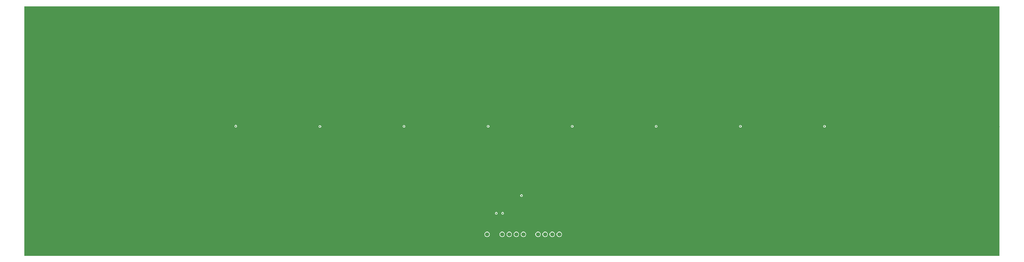
<source format=gbr>
%TF.GenerationSoftware,Altium Limited,Altium Designer,24.4.1 (13)*%
G04 Layer_Physical_Order=2*
G04 Layer_Color=16776960*
%FSLAX45Y45*%
%MOMM*%
%TF.SameCoordinates,4FF739F8-A24E-4C84-90D3-729B67262028*%
%TF.FilePolarity,Positive*%
%TF.FileFunction,Copper,L2,Inr,Signal*%
%TF.Part,Single*%
G01*
G75*
%TA.AperFunction,ComponentPad*%
%ADD19C,6.99999*%
%ADD20C,1.50800*%
%TA.AperFunction,ViaPad*%
%ADD22C,1.00000*%
%ADD23C,1.50000*%
%ADD24C,0.40000*%
%ADD25C,0.50000*%
G36*
X37529510Y4372988D02*
X2580488D01*
Y13322012D01*
X37529510D01*
Y4372988D01*
D02*
G37*
%LPC*%
G36*
X10165631Y9065111D02*
X10147729D01*
X10131190Y9058260D01*
X10118531Y9045601D01*
X10111680Y9029062D01*
Y9011160D01*
X10118531Y8994621D01*
X10131190Y8981962D01*
X10147729Y8975111D01*
X10165631D01*
X10182170Y8981962D01*
X10194829Y8994621D01*
X10201680Y9011160D01*
Y9029062D01*
X10194829Y9045601D01*
X10182170Y9058260D01*
X10165631Y9065111D01*
D02*
G37*
G36*
X31267950Y9062000D02*
X31250049D01*
X31233508Y9055149D01*
X31220850Y9042490D01*
X31213998Y9025951D01*
Y9008049D01*
X31220850Y8991510D01*
X31233508Y8978851D01*
X31250049Y8972000D01*
X31267950D01*
X31284491Y8978851D01*
X31297147Y8991510D01*
X31303998Y9008049D01*
Y9025951D01*
X31297147Y9042490D01*
X31284491Y9055149D01*
X31267950Y9062000D01*
D02*
G37*
G36*
X28253333D02*
X28235431D01*
X28218893Y9055149D01*
X28206232Y9042490D01*
X28199380Y9025951D01*
Y9008049D01*
X28206232Y8991510D01*
X28218893Y8978851D01*
X28235431Y8972000D01*
X28253333D01*
X28269873Y8978851D01*
X28282532Y8991510D01*
X28289383Y9008049D01*
Y9025951D01*
X28282532Y9042490D01*
X28269873Y9055149D01*
X28253333Y9062000D01*
D02*
G37*
G36*
X25235451D02*
X25217549D01*
X25201010Y9055149D01*
X25188351Y9042490D01*
X25181500Y9025951D01*
Y9008049D01*
X25188351Y8991510D01*
X25201010Y8978851D01*
X25217549Y8972000D01*
X25235451D01*
X25251990Y8978851D01*
X25264648Y8991510D01*
X25271500Y9008049D01*
Y9025951D01*
X25264648Y9042490D01*
X25251990Y9055149D01*
X25235451Y9062000D01*
D02*
G37*
G36*
X22224100D02*
X22206197D01*
X22189658Y9055149D01*
X22176999Y9042490D01*
X22170148Y9025951D01*
Y9008049D01*
X22176999Y8991510D01*
X22189658Y8978851D01*
X22206197Y8972000D01*
X22224100D01*
X22240639Y8978851D01*
X22253297Y8991510D01*
X22260149Y9008049D01*
Y9025951D01*
X22253297Y9042490D01*
X22240639Y9055149D01*
X22224100Y9062000D01*
D02*
G37*
G36*
X19209482D02*
X19191580D01*
X19175041Y9055149D01*
X19162383Y9042490D01*
X19155531Y9025951D01*
Y9008049D01*
X19162383Y8991510D01*
X19175041Y8978851D01*
X19191580Y8972000D01*
X19209482D01*
X19226021Y8978851D01*
X19238680Y8991510D01*
X19245531Y9008049D01*
Y9025951D01*
X19238680Y9042490D01*
X19226021Y9055149D01*
X19209482Y9062000D01*
D02*
G37*
G36*
X16194865D02*
X16176962D01*
X16160423Y9055149D01*
X16147765Y9042490D01*
X16140913Y9025951D01*
Y9008049D01*
X16147765Y8991510D01*
X16160423Y8978851D01*
X16176962Y8972000D01*
X16194865D01*
X16211404Y8978851D01*
X16224063Y8991510D01*
X16230914Y9008049D01*
Y9025951D01*
X16224063Y9042490D01*
X16211404Y9055149D01*
X16194865Y9062000D01*
D02*
G37*
G36*
X13181451Y9055000D02*
X13163548D01*
X13147009Y9048149D01*
X13134351Y9035490D01*
X13127499Y9018951D01*
Y9001049D01*
X13134351Y8984510D01*
X13147009Y8971851D01*
X13163548Y8965000D01*
X13181451D01*
X13197990Y8971851D01*
X13210649Y8984510D01*
X13217500Y9001049D01*
Y9018951D01*
X13210649Y9035490D01*
X13197990Y9048149D01*
X13181451Y9055000D01*
D02*
G37*
G36*
X20406451Y6575000D02*
X20388548D01*
X20372009Y6568149D01*
X20359351Y6555490D01*
X20352499Y6538951D01*
Y6521049D01*
X20359351Y6504509D01*
X20372009Y6491851D01*
X20388548Y6485000D01*
X20406451D01*
X20422990Y6491851D01*
X20435649Y6504509D01*
X20442500Y6521049D01*
Y6538951D01*
X20435649Y6555490D01*
X20422990Y6568149D01*
X20406451Y6575000D01*
D02*
G37*
G36*
X19731451Y5940000D02*
X19713548D01*
X19697009Y5933149D01*
X19684351Y5920490D01*
X19677499Y5903951D01*
Y5886049D01*
X19684351Y5869509D01*
X19697009Y5856851D01*
X19713548Y5850000D01*
X19731451D01*
X19747990Y5856851D01*
X19760649Y5869509D01*
X19767500Y5886049D01*
Y5903951D01*
X19760649Y5920490D01*
X19747990Y5933149D01*
X19731451Y5940000D01*
D02*
G37*
G36*
X19503951D02*
X19486049D01*
X19469510Y5933149D01*
X19456851Y5920490D01*
X19450000Y5903951D01*
Y5886049D01*
X19456851Y5869509D01*
X19469510Y5856851D01*
X19486049Y5850000D01*
X19503951D01*
X19520491Y5856851D01*
X19533150Y5869509D01*
X19539999Y5886049D01*
Y5903951D01*
X19533150Y5920490D01*
X19520491Y5933149D01*
X19503951Y5940000D01*
D02*
G37*
G36*
X21765559Y5237900D02*
X21740440D01*
X21716177Y5231398D01*
X21694423Y5218839D01*
X21676662Y5201077D01*
X21664101Y5179323D01*
X21657600Y5155060D01*
Y5129940D01*
X21664101Y5105677D01*
X21676662Y5083923D01*
X21694423Y5066161D01*
X21716177Y5053602D01*
X21740440Y5047100D01*
X21765559D01*
X21789822Y5053602D01*
X21811577Y5066161D01*
X21829340Y5083923D01*
X21841898Y5105677D01*
X21848399Y5129940D01*
Y5155060D01*
X21841898Y5179323D01*
X21829340Y5201077D01*
X21811577Y5218839D01*
X21789822Y5231398D01*
X21765559Y5237900D01*
D02*
G37*
G36*
X21511559D02*
X21486440D01*
X21462177Y5231398D01*
X21440424Y5218839D01*
X21422661Y5201077D01*
X21410101Y5179323D01*
X21403600Y5155060D01*
Y5129940D01*
X21410101Y5105677D01*
X21422661Y5083923D01*
X21440424Y5066161D01*
X21462177Y5053602D01*
X21486440Y5047100D01*
X21511559D01*
X21535823Y5053602D01*
X21557578Y5066161D01*
X21575339Y5083923D01*
X21587898Y5105677D01*
X21594400Y5129940D01*
Y5155060D01*
X21587898Y5179323D01*
X21575339Y5201077D01*
X21557578Y5218839D01*
X21535823Y5231398D01*
X21511559Y5237900D01*
D02*
G37*
G36*
X21257559D02*
X21232440D01*
X21208177Y5231398D01*
X21186423Y5218839D01*
X21168661Y5201077D01*
X21156100Y5179323D01*
X21149600Y5155060D01*
Y5129940D01*
X21156100Y5105677D01*
X21168661Y5083923D01*
X21186423Y5066161D01*
X21208177Y5053602D01*
X21232440Y5047100D01*
X21257559D01*
X21281824Y5053602D01*
X21303577Y5066161D01*
X21321339Y5083923D01*
X21333897Y5105677D01*
X21340401Y5129940D01*
Y5155060D01*
X21333897Y5179323D01*
X21321339Y5201077D01*
X21303577Y5218839D01*
X21281824Y5231398D01*
X21257559Y5237900D01*
D02*
G37*
G36*
X21003558D02*
X20978439D01*
X20954176Y5231398D01*
X20932423Y5218839D01*
X20914661Y5201077D01*
X20902101Y5179323D01*
X20895599Y5155060D01*
Y5129940D01*
X20902101Y5105677D01*
X20914661Y5083923D01*
X20932423Y5066161D01*
X20954176Y5053602D01*
X20978439Y5047100D01*
X21003558D01*
X21027823Y5053602D01*
X21049577Y5066161D01*
X21067339Y5083923D01*
X21079898Y5105677D01*
X21086400Y5129940D01*
Y5155060D01*
X21079898Y5179323D01*
X21067339Y5201077D01*
X21049577Y5218839D01*
X21027823Y5231398D01*
X21003558Y5237900D01*
D02*
G37*
G36*
X20480060D02*
X20454941D01*
X20430676Y5231398D01*
X20408923Y5218839D01*
X20391161Y5201077D01*
X20378603Y5179323D01*
X20372099Y5155060D01*
Y5129940D01*
X20378603Y5105677D01*
X20391161Y5083923D01*
X20408923Y5066161D01*
X20430676Y5053602D01*
X20454941Y5047100D01*
X20480060D01*
X20504323Y5053602D01*
X20526077Y5066161D01*
X20543839Y5083923D01*
X20556400Y5105677D01*
X20562900Y5129940D01*
Y5155060D01*
X20556400Y5179323D01*
X20543839Y5201077D01*
X20526077Y5218839D01*
X20504323Y5231398D01*
X20480060Y5237900D01*
D02*
G37*
G36*
X20226060D02*
X20200941D01*
X20176677Y5231398D01*
X20154922Y5218839D01*
X20137161Y5201077D01*
X20124602Y5179323D01*
X20118100Y5155060D01*
Y5129940D01*
X20124602Y5105677D01*
X20137161Y5083923D01*
X20154922Y5066161D01*
X20176677Y5053602D01*
X20200941Y5047100D01*
X20226060D01*
X20250323Y5053602D01*
X20272076Y5066161D01*
X20289839Y5083923D01*
X20302399Y5105677D01*
X20308900Y5129940D01*
Y5155060D01*
X20302399Y5179323D01*
X20289839Y5201077D01*
X20272076Y5218839D01*
X20250323Y5231398D01*
X20226060Y5237900D01*
D02*
G37*
G36*
X19972060D02*
X19946941D01*
X19922678Y5231398D01*
X19900923Y5218839D01*
X19883160Y5201077D01*
X19870602Y5179323D01*
X19864101Y5155060D01*
Y5129940D01*
X19870602Y5105677D01*
X19883160Y5083923D01*
X19900923Y5066161D01*
X19922678Y5053602D01*
X19946941Y5047100D01*
X19972060D01*
X19996323Y5053602D01*
X20018077Y5066161D01*
X20035838Y5083923D01*
X20048399Y5105677D01*
X20054900Y5129940D01*
Y5155060D01*
X20048399Y5179323D01*
X20035838Y5201077D01*
X20018077Y5218839D01*
X19996323Y5231398D01*
X19972060Y5237900D01*
D02*
G37*
G36*
X19718060D02*
X19692941D01*
X19668677Y5231398D01*
X19646922Y5218839D01*
X19629161Y5201077D01*
X19616602Y5179323D01*
X19610100Y5155060D01*
Y5129940D01*
X19616602Y5105677D01*
X19629161Y5083923D01*
X19646922Y5066161D01*
X19668677Y5053602D01*
X19692941Y5047100D01*
X19718060D01*
X19742323Y5053602D01*
X19764078Y5066161D01*
X19781839Y5083923D01*
X19794398Y5105677D01*
X19800900Y5129940D01*
Y5155060D01*
X19794398Y5179323D01*
X19781839Y5201077D01*
X19764078Y5218839D01*
X19742323Y5231398D01*
X19718060Y5237900D01*
D02*
G37*
G36*
X19177560D02*
X19152440D01*
X19128177Y5231398D01*
X19106422Y5218839D01*
X19088661Y5201077D01*
X19076102Y5179323D01*
X19069600Y5155060D01*
Y5129940D01*
X19076102Y5105677D01*
X19088661Y5083923D01*
X19106422Y5066161D01*
X19128177Y5053602D01*
X19152440Y5047100D01*
X19177560D01*
X19201823Y5053602D01*
X19223576Y5066161D01*
X19241339Y5083923D01*
X19253899Y5105677D01*
X19260400Y5129940D01*
Y5155060D01*
X19253899Y5179323D01*
X19241339Y5201077D01*
X19223576Y5218839D01*
X19201823Y5231398D01*
X19177560Y5237900D01*
D02*
G37*
%LPD*%
D19*
X37164999Y4732500D02*
D03*
Y12952499D02*
D03*
X2955000Y4732500D02*
D03*
X2937500Y12952499D02*
D03*
D20*
X19164999Y5142500D02*
D03*
X18911000D02*
D03*
X19705499D02*
D03*
X19959500D02*
D03*
X20213499D02*
D03*
X20467500D02*
D03*
X20991000D02*
D03*
X21245000D02*
D03*
X21499001D02*
D03*
X21753000D02*
D03*
D22*
X37485001Y8997500D02*
D03*
X37262500Y9000000D02*
D03*
X37373749D02*
D03*
X37477499Y9847500D02*
D03*
X37254999Y9850000D02*
D03*
X37366251D02*
D03*
X2872500Y9852500D02*
D03*
X2650000Y9855000D02*
D03*
X2761250D02*
D03*
X2870000Y9005000D02*
D03*
X2647500Y9007500D02*
D03*
X2758750D02*
D03*
D23*
X19469598Y7025000D02*
D03*
X18889911D02*
D03*
X19083141D02*
D03*
X19276369D02*
D03*
X18503453D02*
D03*
X18696683D02*
D03*
X20822202D02*
D03*
X20435744D02*
D03*
X20049284D02*
D03*
X19856056D02*
D03*
X20628972D02*
D03*
X20242514D02*
D03*
X10194607D02*
D03*
X10001378D02*
D03*
X9808149D02*
D03*
X9614920D02*
D03*
X9421691D02*
D03*
X9228462D02*
D03*
X8842004D02*
D03*
X8648775D02*
D03*
X8262317D02*
D03*
X8069088D02*
D03*
X8455546D02*
D03*
X9035233D02*
D03*
X7875859D02*
D03*
X7682630D02*
D03*
X7102943D02*
D03*
X6909714D02*
D03*
X6523256D02*
D03*
X7489401D02*
D03*
X6716485D02*
D03*
X6330027D02*
D03*
X7296172D02*
D03*
X12320126D02*
D03*
X11740439D02*
D03*
X11933668D02*
D03*
X12126897D02*
D03*
X11547210D02*
D03*
X11353981D02*
D03*
X11160752D02*
D03*
X10774294D02*
D03*
X10581065D02*
D03*
X10387836D02*
D03*
X10967523D02*
D03*
X18310223D02*
D03*
X18116995D02*
D03*
X17923766D02*
D03*
X17730537D02*
D03*
X17537308D02*
D03*
X17344080D02*
D03*
X17150850D02*
D03*
X15411789D02*
D03*
X16957620D02*
D03*
X16571162D02*
D03*
X16377934D02*
D03*
X16184705D02*
D03*
X15991476D02*
D03*
X15798247D02*
D03*
X15605019D02*
D03*
X16764392D02*
D03*
X15218559D02*
D03*
X15025331D02*
D03*
X14832101D02*
D03*
X14638873D02*
D03*
X14445644D02*
D03*
X14252415D02*
D03*
X14059187D02*
D03*
X13865958D02*
D03*
X13479500D02*
D03*
X13286272D02*
D03*
X13093042D02*
D03*
X12899812D02*
D03*
X12706584D02*
D03*
X12513355D02*
D03*
X13672729D02*
D03*
X26619070D02*
D03*
X26425842D02*
D03*
X26232611D02*
D03*
X25652924D02*
D03*
X25459695D02*
D03*
X25846155D02*
D03*
X26039383D02*
D03*
X25266467D02*
D03*
X33188855D02*
D03*
X32995627D02*
D03*
X32802396D02*
D03*
X32609167D02*
D03*
X32415939D02*
D03*
X32222711D02*
D03*
X31836252D02*
D03*
X31643024D02*
D03*
X31449792D02*
D03*
X31256564D02*
D03*
X31063336D02*
D03*
X32029480D02*
D03*
X30870108D02*
D03*
X23720634D02*
D03*
X22947719D02*
D03*
X23334177D02*
D03*
X22754491D02*
D03*
X23140948D02*
D03*
X23527406D02*
D03*
X23913864D02*
D03*
X25073238D02*
D03*
X24880009D02*
D03*
X24686780D02*
D03*
X24493552D02*
D03*
X24300322D02*
D03*
X24107092D02*
D03*
X22561261D02*
D03*
X22368031D02*
D03*
X22174805D02*
D03*
X21981575D02*
D03*
X21595117D02*
D03*
X21401888D02*
D03*
X21208659D02*
D03*
X21015430D02*
D03*
X21788345D02*
D03*
X28551361D02*
D03*
X28164902D02*
D03*
X27971674D02*
D03*
X27778445D02*
D03*
X27585214D02*
D03*
X27391986D02*
D03*
X26812299D02*
D03*
X27005527D02*
D03*
X27198758D02*
D03*
X28358130D02*
D03*
X28744589D02*
D03*
X30676877D02*
D03*
X30483649D02*
D03*
X30290421D02*
D03*
X30097192D02*
D03*
X29903964D02*
D03*
X29710733D02*
D03*
X29324277D02*
D03*
X29131046D02*
D03*
X29517505D02*
D03*
X28937817D02*
D03*
X33575314D02*
D03*
X33382083D02*
D03*
X33768542Y7030000D02*
D03*
X33961771Y7027500D02*
D03*
X34154999Y7025000D02*
D03*
X19662827Y7030000D02*
D03*
X19655299Y11837500D02*
D03*
X34147473Y11832500D02*
D03*
X33954242Y11835000D02*
D03*
X33761014Y11837500D02*
D03*
X33374557Y11832500D02*
D03*
X33567786D02*
D03*
X28930289D02*
D03*
X29509976D02*
D03*
X29123520D02*
D03*
X29316748D02*
D03*
X29703207D02*
D03*
X29896436D02*
D03*
X30089664D02*
D03*
X30282892D02*
D03*
X30476123D02*
D03*
X30669351D02*
D03*
X28737061D02*
D03*
X28350604D02*
D03*
X27191229D02*
D03*
X26998001D02*
D03*
X26804770D02*
D03*
X27384457D02*
D03*
X27577686D02*
D03*
X27770917D02*
D03*
X27964145D02*
D03*
X28157373D02*
D03*
X28543832D02*
D03*
X21780818D02*
D03*
X21007903D02*
D03*
X21201131D02*
D03*
X21394360D02*
D03*
X21587589D02*
D03*
X21974046D02*
D03*
X22167276D02*
D03*
X22360506D02*
D03*
X22553734D02*
D03*
X24099567D02*
D03*
X24292795D02*
D03*
X24486024D02*
D03*
X24679253D02*
D03*
X24872482D02*
D03*
X25065710D02*
D03*
X23906337D02*
D03*
X23519879D02*
D03*
X23133421D02*
D03*
X22746964D02*
D03*
X23326649D02*
D03*
X22940192D02*
D03*
X23713107D02*
D03*
X30862579D02*
D03*
X32021954D02*
D03*
X31055807D02*
D03*
X31249039D02*
D03*
X31442267D02*
D03*
X31635495D02*
D03*
X31828726D02*
D03*
X32215182D02*
D03*
X32408411D02*
D03*
X32601642D02*
D03*
X32794870D02*
D03*
X32988098D02*
D03*
X33181329D02*
D03*
X25258940D02*
D03*
X26031854D02*
D03*
X25838626D02*
D03*
X25452168D02*
D03*
X25645398D02*
D03*
X26225085D02*
D03*
X26418314D02*
D03*
X26611542D02*
D03*
X13665201D02*
D03*
X12505827D02*
D03*
X12699056D02*
D03*
X12892285D02*
D03*
X13085513D02*
D03*
X13278743D02*
D03*
X13471973D02*
D03*
X13858430D02*
D03*
X14051659D02*
D03*
X14244888D02*
D03*
X14438116D02*
D03*
X14631346D02*
D03*
X14824574D02*
D03*
X15017804D02*
D03*
X15211034D02*
D03*
X16756865D02*
D03*
X15597491D02*
D03*
X15790720D02*
D03*
X15983949D02*
D03*
X16177177D02*
D03*
X16370407D02*
D03*
X16563635D02*
D03*
X16950095D02*
D03*
X15404262D02*
D03*
X17143323D02*
D03*
X17336552D02*
D03*
X17529781D02*
D03*
X17723010D02*
D03*
X17916238D02*
D03*
X18109467D02*
D03*
X18302696D02*
D03*
X10959995D02*
D03*
X10380308D02*
D03*
X10573537D02*
D03*
X10766766D02*
D03*
X11153224D02*
D03*
X11346453D02*
D03*
X11539682D02*
D03*
X12119369D02*
D03*
X11926140D02*
D03*
X11732911D02*
D03*
X12312598D02*
D03*
X7288645D02*
D03*
X6322500D02*
D03*
X6708958D02*
D03*
X7481874D02*
D03*
X6515729D02*
D03*
X6902187D02*
D03*
X7095416D02*
D03*
X7675103D02*
D03*
X7868332D02*
D03*
X9027706D02*
D03*
X8448019D02*
D03*
X8061561D02*
D03*
X8254790D02*
D03*
X8641248D02*
D03*
X8834477D02*
D03*
X9220935D02*
D03*
X9414164D02*
D03*
X9607393D02*
D03*
X9800621D02*
D03*
X9993850D02*
D03*
X10187079D02*
D03*
X20234985D02*
D03*
X20621445D02*
D03*
X19848528D02*
D03*
X20041757D02*
D03*
X20428215D02*
D03*
X20814673D02*
D03*
X18689154D02*
D03*
X18495924D02*
D03*
X19268842D02*
D03*
X19075612D02*
D03*
X18882384D02*
D03*
X19462070D02*
D03*
D24*
X22100012Y13000008D02*
D03*
X22000012Y12800008D02*
D03*
X21900012Y13000008D02*
D03*
X21800012Y12800008D02*
D03*
X21700012Y13000008D02*
D03*
X21600012Y12800008D02*
D03*
X21500012Y13000008D02*
D03*
X21400012Y12800008D02*
D03*
X21300012Y13000008D02*
D03*
X21200011Y12800008D02*
D03*
X21100011Y13000008D02*
D03*
X21000011Y12800008D02*
D03*
X20900011Y13000008D02*
D03*
X20800011Y12800008D02*
D03*
X20700011Y13000008D02*
D03*
X20600011Y12800008D02*
D03*
X20500011Y13000008D02*
D03*
X20400011Y12800008D02*
D03*
X20300011Y13000008D02*
D03*
X20200011Y12800008D02*
D03*
X20100011Y13000008D02*
D03*
X20000011Y12800008D02*
D03*
X19900011Y13000008D02*
D03*
X19800011Y12800008D02*
D03*
X19700011Y13000008D02*
D03*
X19600011Y12800008D02*
D03*
X19500011Y13000008D02*
D03*
X19400011Y12800008D02*
D03*
X19300011Y13000008D02*
D03*
X19200011Y12800008D02*
D03*
D25*
X19922501Y5902500D02*
D03*
X20085001Y6175000D02*
D03*
X20117500Y6402500D02*
D03*
X20287500Y6002500D02*
D03*
X20275000Y6402500D02*
D03*
X19852499Y6277500D02*
D03*
D03*
X19125000Y5405000D02*
D03*
X18935001Y5492500D02*
D03*
X19122501Y5727500D02*
D03*
X18755000Y5210000D02*
D03*
X18767500Y5720000D02*
D03*
X19495000Y5895000D02*
D03*
D03*
X19722501D02*
D03*
X20397501Y6530000D02*
D03*
X13172501Y9010000D02*
D03*
X16185915Y9017000D02*
D03*
X10156680Y9020111D02*
D03*
X31259000Y9017000D02*
D03*
X28244382D02*
D03*
X25226500D02*
D03*
X22215147D02*
D03*
X19200531D02*
D03*
%TF.MD5,b05925759d9c68e0d30ce6082c8cf406*%
M02*

</source>
